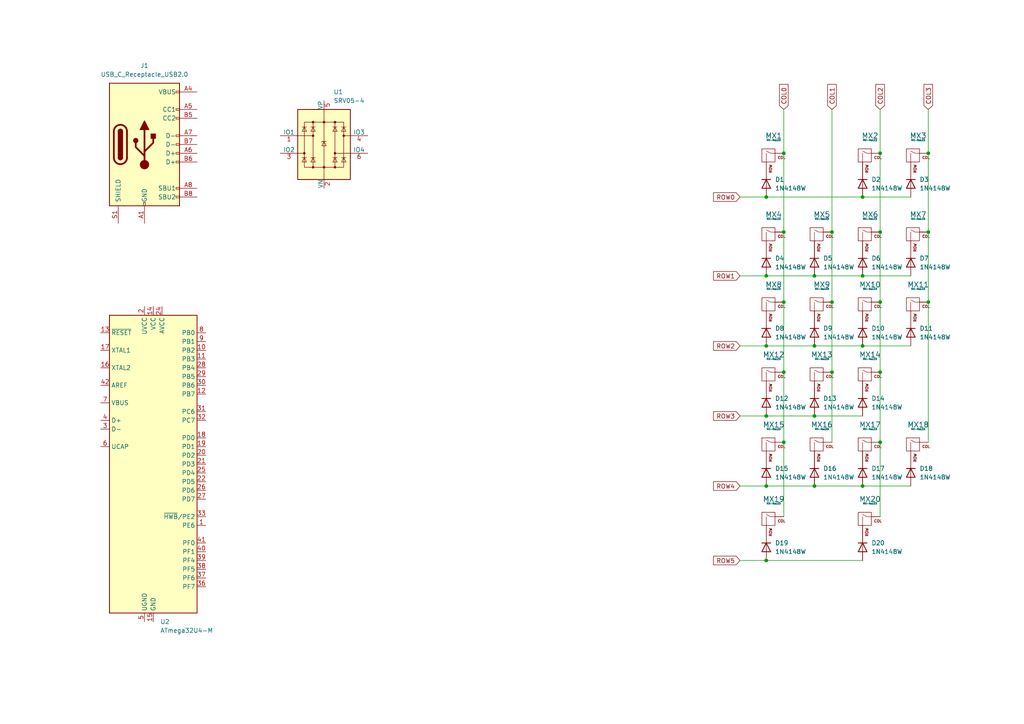
<source format=kicad_sch>
(kicad_sch (version 20211123) (generator eeschema)
  (paper "A4")
  (lib_symbols
    (symbol "Connector:USB_C_Receptacle_USB2.0" (pin_names (offset 1.016))
      (property "Reference" "J" (at -10.16 19.05 0))
      (property "Value" "USB_C_Receptacle_USB2.0" (at 19.05 19.05 0))
      (symbol "USB_C_Receptacle_USB2.0_0_0"
        (rectangle (start -0.254 -17.78) (end 0.254 -16.764))
        (rectangle (start 10.16 -14.986) (end 9.144 -15.494))
        (rectangle (start 10.16 -12.446) (end 9.144 -12.954))
        (rectangle (start 10.16 -4.826) (end 9.144 -5.334))
        (rectangle (start 10.16 -2.286) (end 9.144 -2.794))
        (rectangle (start 10.16 0.254) (end 9.144 -0.254))
        (rectangle (start 10.16 2.794) (end 9.144 2.286))
        (rectangle (start 10.16 7.874) (end 9.144 7.366))
        (rectangle (start 10.16 10.414) (end 9.144 9.906))
        (rectangle (start 10.16 15.494) (end 9.144 14.986))
      )
      (symbol "USB_C_Receptacle_USB2.0_0_1"
        (rectangle (start -10.16 17.78) (end 10.16 -17.78) (stroke (width 0.254)) (fill (type background)))
        (arc (start -8.89 -3.81) (mid -6.985 -5.715) (end -5.08 -3.81) (stroke (width 0.508)))
        (arc (start -7.62 -3.81) (mid -6.985 -4.445) (end -6.35 -3.81) (stroke (width 0.254)))
        (arc (start -7.62 -3.81) (mid -6.985 -4.445) (end -6.35 -3.81) (stroke (width 0.254)) (fill (type outline)))
        (rectangle (start -7.62 -3.81) (end -6.35 3.81) (stroke (width 0.254)) (fill (type outline)))
        (arc (start -6.35 3.81) (mid -6.985 4.445) (end -7.62 3.81) (stroke (width 0.254)))
        (arc (start -6.35 3.81) (mid -6.985 4.445) (end -7.62 3.81) (stroke (width 0.254)) (fill (type outline)))
        (arc (start -5.08 3.81) (mid -6.985 5.715) (end -8.89 3.81) (stroke (width 0.508)))
        (circle (center -2.54 1.143) (radius 0.635) (stroke (width 0.254)) (fill (type outline)))
        (circle (center 0 -5.842) (radius 1.27) (fill (type outline)))
        (polyline (pts (xy -8.89 -3.81) (xy -8.89 3.81)) (stroke (width 0.508)))
        (polyline (pts (xy -5.08 3.81) (xy -5.08 -3.81)) (stroke (width 0.508)))
        (polyline (pts (xy 0 -5.842) (xy 0 4.318)) (stroke (width 0.508)))
        (polyline (pts (xy 0 -3.302) (xy -2.54 -0.762) (xy -2.54 0.508)) (stroke (width 0.508)))
        (polyline (pts (xy 0 -2.032) (xy 2.54 0.508) (xy 2.54 1.778)) (stroke (width 0.508)))
        (polyline (pts (xy -1.27 4.318) (xy 0 6.858) (xy 1.27 4.318) (xy -1.27 4.318)) (stroke (width 0.254)) (fill (type outline)))
        (rectangle (start 1.905 1.778) (end 3.175 3.048) (stroke (width 0.254)) (fill (type outline)))
      )
      (symbol "USB_C_Receptacle_USB2.0_1_1"
        (pin passive line (at 0 -22.86 90) (length 5.08) (name "GND") (number "A1"))
        (pin passive line (at 0 -22.86 90) (length 5.08) hide (name "GND") (number "A12"))
        (pin passive line (at 15.24 15.24 180) (length 5.08) (name "VBUS") (number "A4"))
        (pin bidirectional line (at 15.24 10.16 180) (length 5.08) (name "CC1") (number "A5"))
        (pin bidirectional line (at 15.24 -2.54 180) (length 5.08) (name "D+") (number "A6"))
        (pin bidirectional line (at 15.24 2.54 180) (length 5.08) (name "D-") (number "A7"))
        (pin bidirectional line (at 15.24 -12.7 180) (length 5.08) (name "SBU1") (number "A8"))
        (pin passive line (at 15.24 15.24 180) (length 5.08) hide (name "VBUS") (number "A9"))
        (pin passive line (at 0 -22.86 90) (length 5.08) hide (name "GND") (number "B1"))
        (pin passive line (at 0 -22.86 90) (length 5.08) hide (name "GND") (number "B12"))
        (pin passive line (at 15.24 15.24 180) (length 5.08) hide (name "VBUS") (number "B4"))
        (pin bidirectional line (at 15.24 7.62 180) (length 5.08) (name "CC2") (number "B5"))
        (pin bidirectional line (at 15.24 -5.08 180) (length 5.08) (name "D+") (number "B6"))
        (pin bidirectional line (at 15.24 0 180) (length 5.08) (name "D-") (number "B7"))
        (pin bidirectional line (at 15.24 -15.24 180) (length 5.08) (name "SBU2") (number "B8"))
        (pin passive line (at 15.24 15.24 180) (length 5.08) hide (name "VBUS") (number "B9"))
        (pin passive line (at -7.62 -22.86 90) (length 5.08) (name "SHIELD") (number "S1"))
      )
    )
    (symbol "Diode:1N4148W" (pin_numbers hide) (pin_names (offset 1.016) hide)
      (property "Reference" "D" (at 0 2.54 0))
      (property "Value" "1N4148W" (at 0 -2.54 0))
      (symbol "1N4148W_0_1"
        (polyline (pts (xy -1.27 1.27) (xy -1.27 -1.27)) (stroke (width 0.254)))
        (polyline (pts (xy 1.27 0) (xy -1.27 0)))
        (polyline (pts (xy 1.27 1.27) (xy 1.27 -1.27) (xy -1.27 0) (xy 1.27 1.27)) (stroke (width 0.254)))
      )
      (symbol "1N4148W_1_1"
        (pin passive line (at -3.81 0 0) (length 2.54) (name "K") (number "1"))
        (pin passive line (at 3.81 0 180) (length 2.54) (name "A") (number "2"))
      )
    )
    (symbol "MCU_Microchip_ATmega:ATmega32U4-M"
      (property "Reference" "U" (at -12.7 44.45 0))
      (property "Value" "ATmega32U4-M" (at 2.54 -44.45 0))
      (symbol "ATmega32U4-M_0_1"
        (rectangle (start -12.7 -43.18) (end 12.7 43.18) (stroke (width 0.254)) (fill (type background)))
      )
      (symbol "ATmega32U4-M_1_1"
        (pin bidirectional line (at 15.24 -17.78 180) (length 2.54) (name "PE6") (number "1"))
        (pin bidirectional line (at 15.24 33.02 180) (length 2.54) (name "PB2") (number "10"))
        (pin bidirectional line (at 15.24 30.48 180) (length 2.54) (name "PB3") (number "11"))
        (pin bidirectional line (at 15.24 20.32 180) (length 2.54) (name "PB7") (number "12"))
        (pin input line (at -15.24 38.1 0) (length 2.54) (name "~{RESET}") (number "13"))
        (pin power_in line (at 0 45.72 270) (length 2.54) (name "VCC") (number "14"))
        (pin power_in line (at 0 -45.72 90) (length 2.54) (name "GND") (number "15"))
        (pin output line (at -15.24 27.94 0) (length 2.54) (name "XTAL2") (number "16"))
        (pin input line (at -15.24 33.02 0) (length 2.54) (name "XTAL1") (number "17"))
        (pin bidirectional line (at 15.24 7.62 180) (length 2.54) (name "PD0") (number "18"))
        (pin bidirectional line (at 15.24 5.08 180) (length 2.54) (name "PD1") (number "19"))
        (pin power_in line (at -2.54 45.72 270) (length 2.54) (name "UVCC") (number "2"))
        (pin bidirectional line (at 15.24 2.54 180) (length 2.54) (name "PD2") (number "20"))
        (pin bidirectional line (at 15.24 0 180) (length 2.54) (name "PD3") (number "21"))
        (pin bidirectional line (at 15.24 -5.08 180) (length 2.54) (name "PD5") (number "22"))
        (pin passive line (at 0 -45.72 90) (length 2.54) hide (name "GND") (number "23"))
        (pin power_in line (at 2.54 45.72 270) (length 2.54) (name "AVCC") (number "24"))
        (pin bidirectional line (at 15.24 -2.54 180) (length 2.54) (name "PD4") (number "25"))
        (pin bidirectional line (at 15.24 -7.62 180) (length 2.54) (name "PD6") (number "26"))
        (pin bidirectional line (at 15.24 -10.16 180) (length 2.54) (name "PD7") (number "27"))
        (pin bidirectional line (at 15.24 27.94 180) (length 2.54) (name "PB4") (number "28"))
        (pin bidirectional line (at 15.24 25.4 180) (length 2.54) (name "PB5") (number "29"))
        (pin bidirectional line (at -15.24 10.16 0) (length 2.54) (name "D-") (number "3"))
        (pin bidirectional line (at 15.24 22.86 180) (length 2.54) (name "PB6") (number "30"))
        (pin bidirectional line (at 15.24 15.24 180) (length 2.54) (name "PC6") (number "31"))
        (pin bidirectional line (at 15.24 12.7 180) (length 2.54) (name "PC7") (number "32"))
        (pin bidirectional line (at 15.24 -15.24 180) (length 2.54) (name "~{HWB}/PE2") (number "33"))
        (pin passive line (at 0 45.72 270) (length 2.54) hide (name "VCC") (number "34"))
        (pin passive line (at 0 -45.72 90) (length 2.54) hide (name "GND") (number "35"))
        (pin bidirectional line (at 15.24 -35.56 180) (length 2.54) (name "PF7") (number "36"))
        (pin bidirectional line (at 15.24 -33.02 180) (length 2.54) (name "PF6") (number "37"))
        (pin bidirectional line (at 15.24 -30.48 180) (length 2.54) (name "PF5") (number "38"))
        (pin bidirectional line (at 15.24 -27.94 180) (length 2.54) (name "PF4") (number "39"))
        (pin bidirectional line (at -15.24 12.7 0) (length 2.54) (name "D+") (number "4"))
        (pin bidirectional line (at 15.24 -25.4 180) (length 2.54) (name "PF1") (number "40"))
        (pin bidirectional line (at 15.24 -22.86 180) (length 2.54) (name "PF0") (number "41"))
        (pin passive line (at -15.24 22.86 0) (length 2.54) (name "AREF") (number "42"))
        (pin passive line (at 0 -45.72 90) (length 2.54) hide (name "GND") (number "43"))
        (pin passive line (at 2.54 45.72 270) (length 2.54) hide (name "AVCC") (number "44"))
        (pin passive line (at 0 -45.72 90) (length 2.54) hide (name "GND") (number "45"))
        (pin passive line (at -2.54 -45.72 90) (length 2.54) (name "UGND") (number "5"))
        (pin passive line (at -15.24 5.08 0) (length 2.54) (name "UCAP") (number "6"))
        (pin input line (at -15.24 17.78 0) (length 2.54) (name "VBUS") (number "7"))
        (pin bidirectional line (at 15.24 38.1 180) (length 2.54) (name "PB0") (number "8"))
        (pin bidirectional line (at 15.24 35.56 180) (length 2.54) (name "PB1") (number "9"))
      )
    )
    (symbol "MX_Alps_Hybrid:MX-NoLED" (pin_names (offset 1.016))
      (property "Reference" "MX" (at -0.635 3.81 0))
      (property "Value" "MX-NoLED" (at -0.635 1.27 0))
      (symbol "MX-NoLED_0_0"
        (rectangle (start -2.54 2.54) (end 1.27 -1.27))
        (polyline (pts (xy -1.27 -1.27) (xy -1.27 1.27)) (stroke (width 0.127)))
        (polyline (pts (xy 1.27 1.27) (xy 0 1.27) (xy -1.27 1.905)) (stroke (width 0.127)))
        (text "COL" (at 3.175 0 0) (effects (font (size 0.762 0.762))))
        (text "ROW" (at 0 -1.905 900) (effects (font (size 0.762 0.762)) (justify right)))
      )
      (symbol "MX-NoLED_1_1"
        (pin passive line (at 3.81 1.27 180) (length 2.54) (name "COL") (number "1"))
        (pin passive line (at -1.27 -3.81 90) (length 2.54) (name "ROW") (number "2"))
      )
    )
    (symbol "Power_Protection:SRV05-4" (pin_names (offset 0))
      (property "Reference" "U" (at -5.08 11.43 0))
      (property "Value" "SRV05-4" (at 2.54 11.43 0))
      (symbol "SRV05-4_0_0"
        (rectangle (start -5.715 6.477) (end 5.715 -6.604))
        (polyline (pts (xy -3.175 -6.604) (xy -3.175 6.477)))
        (polyline (pts (xy 3.175 6.477) (xy 3.175 -6.604)))
      )
      (symbol "SRV05-4_0_1"
        (rectangle (start -7.62 10.16) (end 7.62 -10.16) (stroke (width 0.254)) (fill (type background)))
        (circle (center -5.715 -2.54) (radius 0.2794) (fill (type outline)))
        (circle (center -3.175 -6.604) (radius 0.2794) (fill (type outline)))
        (circle (center -3.175 2.54) (radius 0.2794) (fill (type outline)))
        (circle (center -3.175 6.477) (radius 0.2794) (fill (type outline)))
        (circle (center 0 -6.604) (radius 0.2794) (fill (type outline)))
        (polyline (pts (xy -7.747 2.54) (xy -3.175 2.54)))
        (polyline (pts (xy -7.62 -2.54) (xy -5.715 -2.54)))
        (polyline (pts (xy -5.08 -3.81) (xy -6.35 -3.81)))
        (polyline (pts (xy -5.08 5.08) (xy -6.35 5.08)))
        (polyline (pts (xy -2.54 -3.81) (xy -3.81 -3.81)))
        (polyline (pts (xy -2.54 5.08) (xy -3.81 5.08)))
        (polyline (pts (xy 0 10.16) (xy 0 -10.16)))
        (polyline (pts (xy 3.81 -3.81) (xy 2.54 -3.81)))
        (polyline (pts (xy 3.81 5.08) (xy 2.54 5.08)))
        (polyline (pts (xy 6.35 -3.81) (xy 5.08 -3.81)))
        (polyline (pts (xy 6.35 5.08) (xy 5.08 5.08)))
        (polyline (pts (xy 7.62 -2.54) (xy 3.175 -2.54)))
        (polyline (pts (xy 7.62 2.54) (xy 5.715 2.54)))
        (polyline (pts (xy 0.635 0.889) (xy -0.635 0.889) (xy -0.635 0.635)))
        (polyline (pts (xy -5.08 -5.08) (xy -6.35 -5.08) (xy -5.715 -3.81) (xy -5.08 -5.08)))
        (polyline (pts (xy -5.08 3.81) (xy -6.35 3.81) (xy -5.715 5.08) (xy -5.08 3.81)))
        (polyline (pts (xy -2.54 -5.08) (xy -3.81 -5.08) (xy -3.175 -3.81) (xy -2.54 -5.08)))
        (polyline (pts (xy -2.54 3.81) (xy -3.81 3.81) (xy -3.175 5.08) (xy -2.54 3.81)))
        (polyline (pts (xy 0.635 -0.381) (xy -0.635 -0.381) (xy 0 0.889) (xy 0.635 -0.381)))
        (polyline (pts (xy 3.81 -5.08) (xy 2.54 -5.08) (xy 3.175 -3.81) (xy 3.81 -5.08)))
        (polyline (pts (xy 3.81 3.81) (xy 2.54 3.81) (xy 3.175 5.08) (xy 3.81 3.81)))
        (polyline (pts (xy 6.35 -5.08) (xy 5.08 -5.08) (xy 5.715 -3.81) (xy 6.35 -5.08)))
        (polyline (pts (xy 6.35 3.81) (xy 5.08 3.81) (xy 5.715 5.08) (xy 6.35 3.81)))
        (circle (center 0 6.477) (radius 0.2794) (fill (type outline)))
        (circle (center 3.175 -6.604) (radius 0.2794) (fill (type outline)))
        (circle (center 3.175 -2.54) (radius 0.2794) (fill (type outline)))
        (circle (center 3.175 6.477) (radius 0.2794) (fill (type outline)))
        (circle (center 5.715 2.54) (radius 0.2794) (fill (type outline)))
      )
      (symbol "SRV05-4_1_1"
        (pin passive line (at -12.7 2.54 0) (length 5.08) (name "IO1") (number "1"))
        (pin passive line (at 0 -12.7 90) (length 2.54) (name "VN") (number "2"))
        (pin passive line (at -12.7 -2.54 0) (length 5.08) (name "IO2") (number "3"))
        (pin passive line (at 12.7 2.54 180) (length 5.08) (name "IO3") (number "4"))
        (pin passive line (at 0 12.7 270) (length 2.54) (name "VP") (number "5"))
        (pin passive line (at 12.7 -2.54 180) (length 5.08) (name "IO4") (number "6"))
      )
    )
  )
  (junction (at 222.25 57.15))
  (junction (at 227.33 67.31))
  (junction (at 255.27 87.63))
  (junction (at 236.22 140.97))
  (junction (at 250.19 140.97))
  (junction (at 222.25 80.01))
  (junction (at 250.19 57.15))
  (junction (at 241.3 107.95))
  (junction (at 255.27 128.27))
  (junction (at 222.25 162.56))
  (junction (at 236.22 100.33))
  (junction (at 255.27 107.95))
  (junction (at 250.19 100.33))
  (junction (at 236.22 80.01))
  (junction (at 222.25 100.33))
  (junction (at 222.25 120.65))
  (junction (at 227.33 44.45))
  (junction (at 269.24 67.31))
  (junction (at 241.3 67.31))
  (junction (at 222.25 140.97))
  (junction (at 227.33 87.63))
  (junction (at 255.27 67.31))
  (junction (at 255.27 44.45))
  (junction (at 236.22 120.65))
  (junction (at 241.3 87.63))
  (junction (at 227.33 128.27))
  (junction (at 227.33 107.95))
  (junction (at 250.19 80.01))
  (junction (at 269.24 44.45))
  (junction (at 269.24 87.63))
  (wire (pts (xy 222.25 162.56) (xy 250.19 162.56)))
  (wire (pts (xy 214.63 57.15) (xy 222.25 57.15)))
  (wire (pts (xy 250.19 100.33) (xy 264.16 100.33)))
  (wire (pts (xy 241.3 87.63) (xy 241.3 107.95)))
  (wire (pts (xy 250.19 57.15) (xy 264.16 57.15)))
  (wire (pts (xy 241.3 67.31) (xy 241.3 87.63)))
  (wire (pts (xy 255.27 107.95) (xy 255.27 128.27)))
  (wire (pts (xy 222.25 100.33) (xy 236.22 100.33)))
  (wire (pts (xy 214.63 100.33) (xy 222.25 100.33)))
  (wire (pts (xy 255.27 44.45) (xy 255.27 67.31)))
  (wire (pts (xy 236.22 140.97) (xy 250.19 140.97)))
  (wire (pts (xy 214.63 120.65) (xy 222.25 120.65)))
  (wire (pts (xy 236.22 120.65) (xy 250.19 120.65)))
  (wire (pts (xy 214.63 162.56) (xy 222.25 162.56)))
  (wire (pts (xy 214.63 80.01) (xy 222.25 80.01)))
  (wire (pts (xy 227.33 87.63) (xy 227.33 107.95)))
  (wire (pts (xy 227.33 128.27) (xy 227.33 149.86)))
  (wire (pts (xy 250.19 140.97) (xy 264.16 140.97)))
  (wire (pts (xy 255.27 128.27) (xy 255.27 149.86)))
  (wire (pts (xy 269.24 67.31) (xy 269.24 87.63)))
  (wire (pts (xy 227.33 44.45) (xy 227.33 67.31)))
  (wire (pts (xy 241.3 31.75) (xy 241.3 67.31)))
  (wire (pts (xy 250.19 80.01) (xy 264.16 80.01)))
  (wire (pts (xy 269.24 31.75) (xy 269.24 44.45)))
  (wire (pts (xy 255.27 31.75) (xy 255.27 44.45)))
  (wire (pts (xy 222.25 80.01) (xy 236.22 80.01)))
  (wire (pts (xy 269.24 44.45) (xy 269.24 67.31)))
  (wire (pts (xy 241.3 107.95) (xy 241.3 128.27)))
  (wire (pts (xy 227.33 31.75) (xy 227.33 44.45)))
  (wire (pts (xy 222.25 57.15) (xy 250.19 57.15)))
  (wire (pts (xy 236.22 100.33) (xy 250.19 100.33)))
  (wire (pts (xy 236.22 80.01) (xy 250.19 80.01)))
  (wire (pts (xy 255.27 67.31) (xy 255.27 87.63)))
  (wire (pts (xy 227.33 67.31) (xy 227.33 87.63)))
  (wire (pts (xy 222.25 140.97) (xy 236.22 140.97)))
  (wire (pts (xy 255.27 87.63) (xy 255.27 107.95)))
  (wire (pts (xy 214.63 140.97) (xy 222.25 140.97)))
  (wire (pts (xy 227.33 107.95) (xy 227.33 128.27)))
  (wire (pts (xy 222.25 120.65) (xy 236.22 120.65)))
  (wire (pts (xy 269.24 87.63) (xy 269.24 128.27)))
  (global_label "COL1" (shape input) (at 241.3 31.75 90) (property "Intersheet References" "${INTERSHEET_REFS}" (effects hide)))
  (global_label "ROW3" (shape input) (at 214.63 120.65 180) (property "Intersheet References" "${INTERSHEET_REFS}" (effects hide)))
  (global_label "COL3" (shape input) (at 269.24 31.75 90) (property "Intersheet References" "${INTERSHEET_REFS}" (effects hide)))
  (global_label "ROW2" (shape input) (at 214.63 100.33 180) (property "Intersheet References" "${INTERSHEET_REFS}" (effects hide)))
  (global_label "ROW4" (shape input) (at 214.63 140.97 180) (property "Intersheet References" "${INTERSHEET_REFS}" (effects hide)))
  (global_label "ROW0" (shape input) (at 214.63 57.15 180) (property "Intersheet References" "${INTERSHEET_REFS}" (effects hide)))
  (global_label "ROW1" (shape input) (at 214.63 80.01 180) (property "Intersheet References" "${INTERSHEET_REFS}" (effects hide)))
  (global_label "COL2" (shape input) (at 255.27 31.75 90) (property "Intersheet References" "${INTERSHEET_REFS}" (effects hide)))
  (global_label "COL0" (shape input) (at 227.33 31.75 90) (property "Intersheet References" "${INTERSHEET_REFS}" (effects hide)))
  (global_label "ROW5" (shape input) (at 214.63 162.56 180) (property "Intersheet References" "${INTERSHEET_REFS}" (effects hide)))
  (symbol (lib_id "Diode:1N4148W") (at 236.22 137.16 270) (unit 1)
    (property "Reference" "D16" (at 238.76 135.8899 90) (effects (justify left)))
    (property "Value" "1N4148W" (at 238.76 138.4299 90) (effects (justify left)))
    (property "Footprint" "Diode_SMD:D_SOD-123" (effects hide))
    (property "Datasheet" "https://www.vishay.com/docs/85748/1n4148w.pdf" (effects hide))
  )
  (symbol (lib_id "MX_Alps_Hybrid:MX-NoLED") (at 223.52 109.22 0) (unit 1)
    (property "Reference" "MX12" (at 224.4056 102.87 0) (effects (font (size 1.524 1.524))))
    (property "Value" "MX-NoLED" (at 224.4056 104.14 0) (effects (font (size 0.508 0.508))))
    (property "Footprint" "MX_Alps_Hybrid:MX-1U-NoLED" (effects hide))
  )
  (symbol (lib_id "Diode:1N4148W") (at 236.22 116.84 270) (unit 1)
    (property "Reference" "D13" (at 238.76 115.5699 90) (effects (justify left)))
    (property "Value" "1N4148W" (at 238.76 118.1099 90) (effects (justify left)))
    (property "Footprint" "Diode_SMD:D_SOD-123" (effects hide))
    (property "Datasheet" "https://www.vishay.com/docs/85748/1n4148w.pdf" (effects hide))
  )
  (symbol (lib_id "MX_Alps_Hybrid:MX-NoLED") (at 265.43 129.54 0) (unit 1)
    (property "Reference" "MX18" (at 266.3156 123.19 0) (effects (font (size 1.524 1.524))))
    (property "Value" "MX-NoLED" (at 266.3156 124.46 0) (effects (font (size 0.508 0.508))))
    (property "Footprint" "MX_Alps_Hybrid:MX-2U-ReversedStabilizers-NoLED" (effects hide))
  )
  (symbol (lib_id "MX_Alps_Hybrid:MX-NoLED") (at 251.46 129.54 0) (unit 1)
    (property "Reference" "MX17" (at 252.3456 123.19 0) (effects (font (size 1.524 1.524))))
    (property "Value" "MX-NoLED" (at 252.3456 124.46 0) (effects (font (size 0.508 0.508))))
    (property "Footprint" "MX_Alps_Hybrid:MX-1U-NoLED" (effects hide))
  )
  (symbol (lib_id "MX_Alps_Hybrid:MX-NoLED") (at 223.52 129.54 0) (unit 1)
    (property "Reference" "MX15" (at 224.4056 123.19 0) (effects (font (size 1.524 1.524))))
    (property "Value" "MX-NoLED" (at 224.4056 124.46 0) (effects (font (size 0.508 0.508))))
    (property "Footprint" "MX_Alps_Hybrid:MX-1U-NoLED" (effects hide))
  )
  (symbol (lib_id "Diode:1N4148W") (at 222.25 137.16 270) (unit 1)
    (property "Reference" "D15" (at 224.79 135.8899 90) (effects (justify left)))
    (property "Value" "1N4148W" (at 224.79 138.4299 90) (effects (justify left)))
    (property "Footprint" "Diode_SMD:D_SOD-123" (effects hide))
    (property "Datasheet" "https://www.vishay.com/docs/85748/1n4148w.pdf" (effects hide))
  )
  (symbol (lib_id "MX_Alps_Hybrid:MX-NoLED") (at 265.43 45.72 0) (unit 1)
    (property "Reference" "MX3" (at 266.3156 39.37 0) (effects (font (size 1.524 1.524))))
    (property "Value" "MX-NoLED" (at 266.3156 40.64 0) (effects (font (size 0.508 0.508))))
    (property "Footprint" "MX_Alps_Hybrid:MX-1U-NoLED" (effects hide))
  )
  (symbol (lib_id "Connector:USB_C_Receptacle_USB2.0") (at 41.91 41.91 0) (unit 1)
    (property "Reference" "J1" (at 41.91 19.05 0))
    (property "Value" "USB_C_Receptacle_USB2.0" (at 41.91 21.59 0))
    (property "Footprint" "Connector_USB:USB_C_Receptacle_HRO_TYPE-C-31-M-12" (effects hide))
    (property "Datasheet" "https://www.usb.org/sites/default/files/documents/usb_type-c.zip" (effects hide))
  )
  (symbol (lib_id "Diode:1N4148W") (at 264.16 53.34 270) (unit 1)
    (property "Reference" "D3" (at 266.7 52.0699 90) (effects (justify left)))
    (property "Value" "1N4148W" (at 266.7 54.6099 90) (effects (justify left)))
    (property "Footprint" "Diode_SMD:D_SOD-123" (effects hide))
    (property "Datasheet" "https://www.vishay.com/docs/85748/1n4148w.pdf" (effects hide))
  )
  (symbol (lib_id "Diode:1N4148W") (at 250.19 96.52 270) (unit 1)
    (property "Reference" "D10" (at 252.73 95.2499 90) (effects (justify left)))
    (property "Value" "1N4148W" (at 252.73 97.7899 90) (effects (justify left)))
    (property "Footprint" "Diode_SMD:D_SOD-123" (effects hide))
    (property "Datasheet" "https://www.vishay.com/docs/85748/1n4148w.pdf" (effects hide))
  )
  (symbol (lib_id "MX_Alps_Hybrid:MX-NoLED") (at 251.46 45.72 0) (unit 1)
    (property "Reference" "MX2" (at 252.3456 39.37 0) (effects (font (size 1.524 1.524))))
    (property "Value" "MX-NoLED" (at 252.3456 40.64 0) (effects (font (size 0.508 0.508))))
    (property "Footprint" "MX_Alps_Hybrid:MX-1U-NoLED" (effects hide))
  )
  (symbol (lib_id "MX_Alps_Hybrid:MX-NoLED") (at 223.52 68.58 0) (unit 1)
    (property "Reference" "MX4" (at 224.4056 62.23 0) (effects (font (size 1.524 1.524))))
    (property "Value" "MX-NoLED" (at 224.4056 63.5 0) (effects (font (size 0.508 0.508))))
    (property "Footprint" "MX_Alps_Hybrid:MX-1U-NoLED" (effects hide))
  )
  (symbol (lib_id "MX_Alps_Hybrid:MX-NoLED") (at 223.52 88.9 0) (unit 1)
    (property "Reference" "MX8" (at 224.4056 82.55 0) (effects (font (size 1.524 1.524))))
    (property "Value" "MX-NoLED" (at 224.4056 83.82 0) (effects (font (size 0.508 0.508))))
    (property "Footprint" "MX_Alps_Hybrid:MX-1U-NoLED" (effects hide))
  )
  (symbol (lib_id "Diode:1N4148W") (at 222.25 96.52 270) (unit 1)
    (property "Reference" "D8" (at 224.79 95.2499 90) (effects (justify left)))
    (property "Value" "1N4148W" (at 224.79 97.7899 90) (effects (justify left)))
    (property "Footprint" "Diode_SMD:D_SOD-123" (effects hide))
    (property "Datasheet" "https://www.vishay.com/docs/85748/1n4148w.pdf" (effects hide))
  )
  (symbol (lib_id "Diode:1N4148W") (at 236.22 76.2 270) (unit 1)
    (property "Reference" "D5" (at 238.76 74.9299 90) (effects (justify left)))
    (property "Value" "1N4148W" (at 238.76 77.4699 90) (effects (justify left)))
    (property "Footprint" "Diode_SMD:D_SOD-123" (effects hide))
    (property "Datasheet" "https://www.vishay.com/docs/85748/1n4148w.pdf" (effects hide))
  )
  (symbol (lib_id "MX_Alps_Hybrid:MX-NoLED") (at 237.49 88.9 0) (unit 1)
    (property "Reference" "MX9" (at 238.3756 82.55 0) (effects (font (size 1.524 1.524))))
    (property "Value" "MX-NoLED" (at 238.3756 83.82 0) (effects (font (size 0.508 0.508))))
    (property "Footprint" "MX_Alps_Hybrid:MX-1U-NoLED" (effects hide))
  )
  (symbol (lib_id "Diode:1N4148W") (at 222.25 116.84 270) (unit 1)
    (property "Reference" "D12" (at 224.79 115.5699 90) (effects (justify left)))
    (property "Value" "1N4148W" (at 224.79 118.1099 90) (effects (justify left)))
    (property "Footprint" "Diode_SMD:D_SOD-123" (effects hide))
    (property "Datasheet" "https://www.vishay.com/docs/85748/1n4148w.pdf" (effects hide))
  )
  (symbol (lib_id "MX_Alps_Hybrid:MX-NoLED") (at 251.46 151.13 0) (unit 1)
    (property "Reference" "MX20" (at 252.3456 144.78 0) (effects (font (size 1.524 1.524))))
    (property "Value" "MX-NoLED" (at 252.3456 146.05 0) (effects (font (size 0.508 0.508))))
    (property "Footprint" "MX_Alps_Hybrid:MX-1U-NoLED" (effects hide))
  )
  (symbol (lib_id "Diode:1N4148W") (at 250.19 158.75 270) (unit 1)
    (property "Reference" "D20" (at 252.73 157.4799 90) (effects (justify left)))
    (property "Value" "1N4148W" (at 252.73 160.0199 90) (effects (justify left)))
    (property "Footprint" "Diode_SMD:D_SOD-123" (effects hide))
    (property "Datasheet" "https://www.vishay.com/docs/85748/1n4148w.pdf" (effects hide))
  )
  (symbol (lib_id "MX_Alps_Hybrid:MX-NoLED") (at 237.49 109.22 0) (unit 1)
    (property "Reference" "MX13" (at 238.3756 102.87 0) (effects (font (size 1.524 1.524))))
    (property "Value" "MX-NoLED" (at 238.3756 104.14 0) (effects (font (size 0.508 0.508))))
    (property "Footprint" "MX_Alps_Hybrid:MX-1U-NoLED" (effects hide))
  )
  (symbol (lib_id "Diode:1N4148W") (at 264.16 137.16 270) (unit 1)
    (property "Reference" "D18" (at 266.7 135.8899 90) (effects (justify left)))
    (property "Value" "1N4148W" (at 266.7 138.4299 90) (effects (justify left)))
    (property "Footprint" "Diode_SMD:D_SOD-123" (effects hide))
    (property "Datasheet" "https://www.vishay.com/docs/85748/1n4148w.pdf" (effects hide))
  )
  (symbol (lib_id "Power_Protection:SRV05-4") (at 93.98 41.91 0) (unit 1)
    (property "Reference" "U1" (at 96.7487 26.67 0) (effects (justify left)))
    (property "Value" "SRV05-4" (at 96.7487 29.21 0) (effects (justify left)))
    (property "Footprint" "Package_TO_SOT_SMD:SOT-23-6" (effects hide))
    (property "Datasheet" "http://www.onsemi.com/pub/Collateral/SRV05-4-D.PDF" (effects hide))
  )
  (symbol (lib_id "MX_Alps_Hybrid:MX-NoLED") (at 251.46 88.9 0) (unit 1)
    (property "Reference" "MX10" (at 252.3456 82.55 0) (effects (font (size 1.524 1.524))))
    (property "Value" "MX-NoLED" (at 252.3456 83.82 0) (effects (font (size 0.508 0.508))))
    (property "Footprint" "MX_Alps_Hybrid:MX-1U-NoLED" (effects hide))
  )
  (symbol (lib_id "Diode:1N4148W") (at 222.25 158.75 270) (unit 1)
    (property "Reference" "D19" (at 224.79 157.4799 90) (effects (justify left)))
    (property "Value" "1N4148W" (at 224.79 160.0199 90) (effects (justify left)))
    (property "Footprint" "Diode_SMD:D_SOD-123" (effects hide))
    (property "Datasheet" "https://www.vishay.com/docs/85748/1n4148w.pdf" (effects hide))
  )
  (symbol (lib_id "MX_Alps_Hybrid:MX-NoLED") (at 223.52 45.72 0) (unit 1)
    (property "Reference" "MX1" (at 224.4056 39.37 0) (effects (font (size 1.524 1.524))))
    (property "Value" "MX-NoLED" (at 224.4056 40.64 0) (effects (font (size 0.508 0.508))))
    (property "Footprint" "MX_Alps_Hybrid:MX-1U-NoLED" (effects hide))
  )
  (symbol (lib_id "MCU_Microchip_ATmega:ATmega32U4-M") (at 44.45 134.62 0) (unit 1)
    (property "Reference" "U2" (at 46.4694 180.34 0) (effects (justify left)))
    (property "Value" "ATmega32U4-M" (at 46.4694 182.88 0) (effects (justify left)))
    (property "Footprint" "Package_DFN_QFN:QFN-44-1EP_7x7mm_P0.5mm_EP5.2x5.2mm" (effects hide))
    (property "Datasheet" "http://ww1.microchip.com/downloads/en/DeviceDoc/Atmel-7766-8-bit-AVR-ATmega16U4-32U4_Datasheet.pdf" (effects hide))
  )
  (symbol (lib_id "Diode:1N4148W") (at 250.19 76.2 270) (unit 1)
    (property "Reference" "D6" (at 252.73 74.9299 90) (effects (justify left)))
    (property "Value" "1N4148W" (at 252.73 77.4699 90) (effects (justify left)))
    (property "Footprint" "Diode_SMD:D_SOD-123" (effects hide))
    (property "Datasheet" "https://www.vishay.com/docs/85748/1n4148w.pdf" (effects hide))
  )
  (symbol (lib_id "Diode:1N4148W") (at 250.19 53.34 270) (unit 1)
    (property "Reference" "D2" (at 252.73 52.0699 90) (effects (justify left)))
    (property "Value" "1N4148W" (at 252.73 54.6099 90) (effects (justify left)))
    (property "Footprint" "Diode_SMD:D_SOD-123" (effects hide))
    (property "Datasheet" "https://www.vishay.com/docs/85748/1n4148w.pdf" (effects hide))
  )
  (symbol (lib_id "MX_Alps_Hybrid:MX-NoLED") (at 265.43 88.9 0) (unit 1)
    (property "Reference" "MX11" (at 266.3156 82.55 0) (effects (font (size 1.524 1.524))))
    (property "Value" "MX-NoLED" (at 266.3156 83.82 0) (effects (font (size 0.508 0.508))))
    (property "Footprint" "MX_Alps_Hybrid:MX-2U-ReversedStabilizers-NoLED" (effects hide))
  )
  (symbol (lib_id "Diode:1N4148W") (at 264.16 96.52 270) (unit 1)
    (property "Reference" "D11" (at 266.7 95.2499 90) (effects (justify left)))
    (property "Value" "1N4148W" (at 266.7 97.7899 90) (effects (justify left)))
    (property "Footprint" "Diode_SMD:D_SOD-123" (effects hide))
    (property "Datasheet" "https://www.vishay.com/docs/85748/1n4148w.pdf" (effects hide))
  )
  (symbol (lib_id "MX_Alps_Hybrid:MX-NoLED") (at 223.52 151.13 0) (unit 1)
    (property "Reference" "MX19" (at 224.4056 144.78 0) (effects (font (size 1.524 1.524))))
    (property "Value" "MX-NoLED" (at 224.4056 146.05 0) (effects (font (size 0.508 0.508))))
    (property "Footprint" "MX_Alps_Hybrid:MX-2U-ReversedStabilizers-NoLED" (effects hide))
  )
  (symbol (lib_id "Diode:1N4148W") (at 236.22 96.52 270) (unit 1)
    (property "Reference" "D9" (at 238.76 95.2499 90) (effects (justify left)))
    (property "Value" "1N4148W" (at 238.76 97.7899 90) (effects (justify left)))
    (property "Footprint" "Diode_SMD:D_SOD-123" (effects hide))
    (property "Datasheet" "https://www.vishay.com/docs/85748/1n4148w.pdf" (effects hide))
  )
  (symbol (lib_id "MX_Alps_Hybrid:MX-NoLED") (at 237.49 129.54 0) (unit 1)
    (property "Reference" "MX16" (at 238.3756 123.19 0) (effects (font (size 1.524 1.524))))
    (property "Value" "MX-NoLED" (at 238.3756 124.46 0) (effects (font (size 0.508 0.508))))
    (property "Footprint" "MX_Alps_Hybrid:MX-1U-NoLED" (effects hide))
  )
  (symbol (lib_id "MX_Alps_Hybrid:MX-NoLED") (at 251.46 68.58 0) (unit 1)
    (property "Reference" "MX6" (at 252.3456 62.23 0) (effects (font (size 1.524 1.524))))
    (property "Value" "MX-NoLED" (at 252.3456 63.5 0) (effects (font (size 0.508 0.508))))
    (property "Footprint" "MX_Alps_Hybrid:MX-1U-NoLED" (effects hide))
  )
  (symbol (lib_id "Diode:1N4148W") (at 250.19 116.84 270) (unit 1)
    (property "Reference" "D14" (at 252.73 115.5699 90) (effects (justify left)))
    (property "Value" "1N4148W" (at 252.73 118.1099 90) (effects (justify left)))
    (property "Footprint" "Diode_SMD:D_SOD-123" (effects hide))
    (property "Datasheet" "https://www.vishay.com/docs/85748/1n4148w.pdf" (effects hide))
  )
  (symbol (lib_id "Diode:1N4148W") (at 222.25 76.2 270) (unit 1)
    (property "Reference" "D4" (at 224.79 74.9299 90) (effects (justify left)))
    (property "Value" "1N4148W" (at 224.79 77.4699 90) (effects (justify left)))
    (property "Footprint" "Diode_SMD:D_SOD-123" (effects hide))
    (property "Datasheet" "https://www.vishay.com/docs/85748/1n4148w.pdf" (effects hide))
  )
  (symbol (lib_id "MX_Alps_Hybrid:MX-NoLED") (at 251.46 109.22 0) (unit 1)
    (property "Reference" "MX14" (at 252.3456 102.87 0) (effects (font (size 1.524 1.524))))
    (property "Value" "MX-NoLED" (at 252.3456 104.14 0) (effects (font (size 0.508 0.508))))
    (property "Footprint" "MX_Alps_Hybrid:MX-1U-NoLED" (effects hide))
  )
  (symbol (lib_id "Diode:1N4148W") (at 222.25 53.34 270) (unit 1)
    (property "Reference" "D1" (at 224.79 52.0699 90) (effects (justify left)))
    (property "Value" "1N4148W" (at 224.79 54.6099 90) (effects (justify left)))
    (property "Footprint" "Diode_SMD:D_SOD-123" (effects hide))
    (property "Datasheet" "https://www.vishay.com/docs/85748/1n4148w.pdf" (effects hide))
  )
  (symbol (lib_id "Diode:1N4148W") (at 264.16 76.2 270) (unit 1)
    (property "Reference" "D7" (at 266.7 74.9299 90) (effects (justify left)))
    (property "Value" "1N4148W" (at 266.7 77.4699 90) (effects (justify left)))
    (property "Footprint" "Diode_SMD:D_SOD-123" (effects hide))
    (property "Datasheet" "https://www.vishay.com/docs/85748/1n4148w.pdf" (effects hide))
  )
  (symbol (lib_id "MX_Alps_Hybrid:MX-NoLED") (at 265.43 68.58 0) (unit 1)
    (property "Reference" "MX7" (at 266.3156 62.23 0) (effects (font (size 1.524 1.524))))
    (property "Value" "MX-NoLED" (at 266.3156 63.5 0) (effects (font (size 0.508 0.508))))
    (property "Footprint" "MX_Alps_Hybrid:MX-1U-NoLED" (effects hide))
  )
  (symbol (lib_id "Diode:1N4148W") (at 250.19 137.16 270) (unit 1)
    (property "Reference" "D17" (at 252.73 135.8899 90) (effects (justify left)))
    (property "Value" "1N4148W" (at 252.73 138.4299 90) (effects (justify left)))
    (property "Footprint" "Diode_SMD:D_SOD-123" (effects hide))
    (property "Datasheet" "https://www.vishay.com/docs/85748/1n4148w.pdf" (effects hide))
  )
  (symbol (lib_id "MX_Alps_Hybrid:MX-NoLED") (at 237.49 68.58 0) (unit 1)
    (property "Reference" "MX5" (at 238.3756 62.23 0) (effects (font (size 1.524 1.524))))
    (property "Value" "MX-NoLED" (at 238.3756 63.5 0) (effects (font (size 0.508 0.508))))
    (property "Footprint" "MX_Alps_Hybrid:MX-1U-NoLED" (effects hide))
  )
)
</source>
